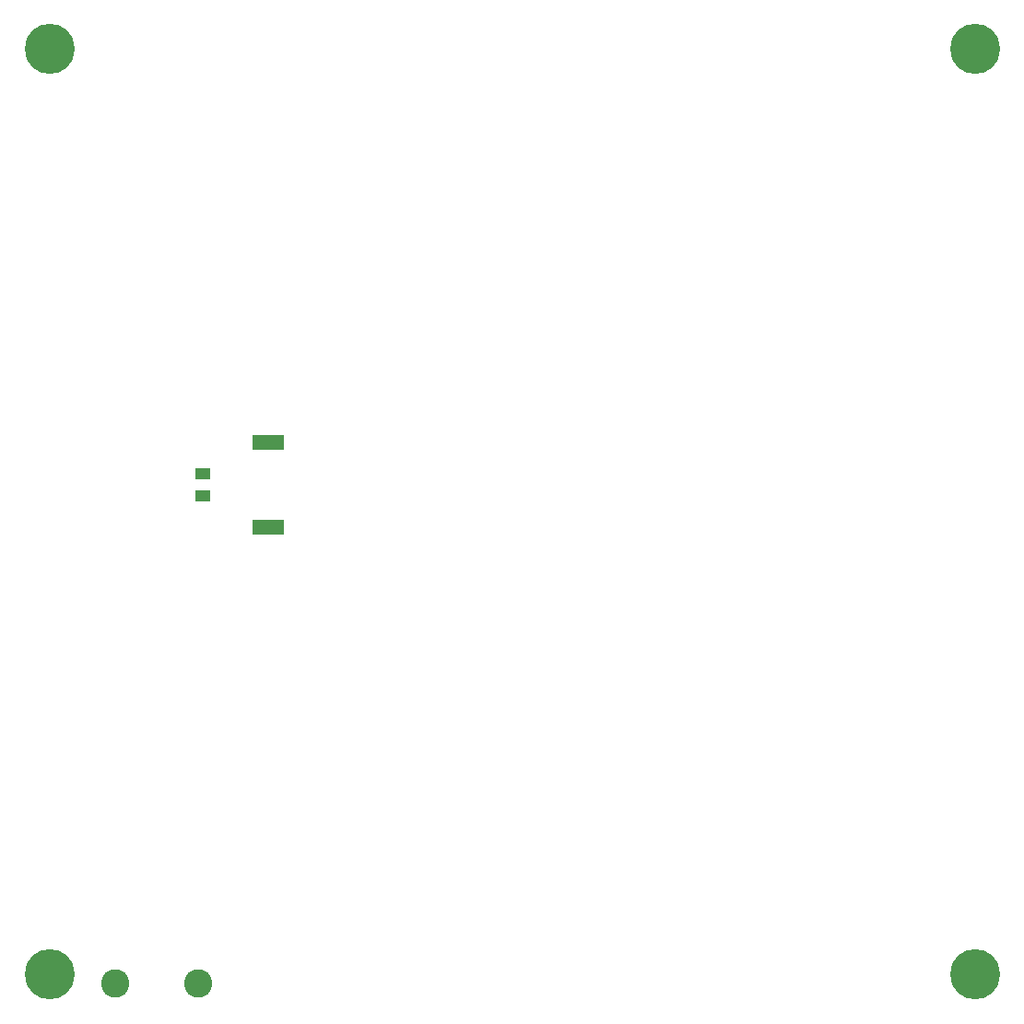
<source format=gbs>
%TF.GenerationSoftware,KiCad,Pcbnew,8.0.5*%
%TF.CreationDate,2024-11-12T20:49:11-08:00*%
%TF.ProjectId,Coil_Pannel_Z,436f696c-5f50-4616-9e6e-656c5f5a2e6b,1.0*%
%TF.SameCoordinates,Original*%
%TF.FileFunction,Soldermask,Bot*%
%TF.FilePolarity,Negative*%
%FSLAX46Y46*%
G04 Gerber Fmt 4.6, Leading zero omitted, Abs format (unit mm)*
G04 Created by KiCad (PCBNEW 8.0.5) date 2024-11-12 20:49:11*
%MOMM*%
%LPD*%
G01*
G04 APERTURE LIST*
%ADD10C,4.600000*%
%ADD11C,2.600000*%
%ADD12R,1.450000X1.100000*%
%ADD13R,2.899999X1.350000*%
%ADD14C,3.800000*%
G04 APERTURE END LIST*
D10*
X104641451Y-53941800D03*
D11*
X110694000Y-139774000D03*
X118314000Y-139774000D03*
D12*
X118754001Y-92945501D03*
X118754001Y-94945502D03*
D13*
X124729000Y-90050503D03*
X124729000Y-97840498D03*
D14*
X189637061Y-138948940D03*
D10*
X189637061Y-138948940D03*
D14*
X189636861Y-53948740D03*
D10*
X189636861Y-53948740D03*
X104637051Y-138948990D03*
M02*

</source>
